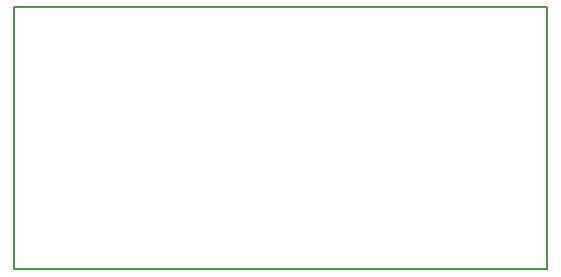
<source format=gbr>
G04 #@! TF.FileFunction,Profile,NP*
%FSLAX46Y46*%
G04 Gerber Fmt 4.6, Leading zero omitted, Abs format (unit mm)*
G04 Created by KiCad (PCBNEW 4.0.2+dfsg1-stable) date Wed 10 Aug 2016 05:05:02 PM CDT*
%MOMM*%
G01*
G04 APERTURE LIST*
%ADD10C,0.090000*%
%ADD11C,0.150000*%
G04 APERTURE END LIST*
D10*
D11*
X175895000Y-150495000D02*
X130810000Y-150495000D01*
X175895000Y-128270000D02*
X175895000Y-150495000D01*
X130810000Y-128270000D02*
X175895000Y-128270000D01*
X130810000Y-150495000D02*
X130810000Y-128270000D01*
M02*

</source>
